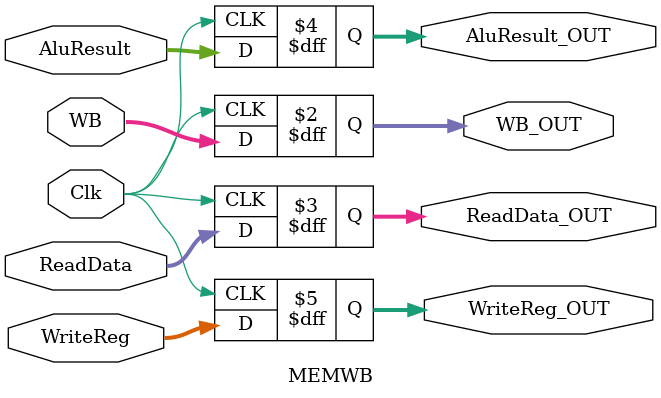
<source format=v>

`timescale 1ns/1ns

module MEMWB(Clk, WB, ReadData, AluResult, WriteReg, WB_OUT, ReadData_OUT, AluResult_OUT, WriteReg_OUT);

input Clk;
input [1:0] WB;
input [31:0] ReadData, AluResult;
input [4:0] WriteReg;

output reg [1:0] WB_OUT;
output reg [31:0] ReadData_OUT, AluResult_OUT;
output reg [4:0] WriteReg_OUT;

always @(posedge Clk) begin
    WB_OUT <= WB;
    ReadData_OUT <= ReadData;
    AluResult_OUT <= AluResult;
    WriteReg_OUT <= WriteReg;
end

endmodule


</source>
